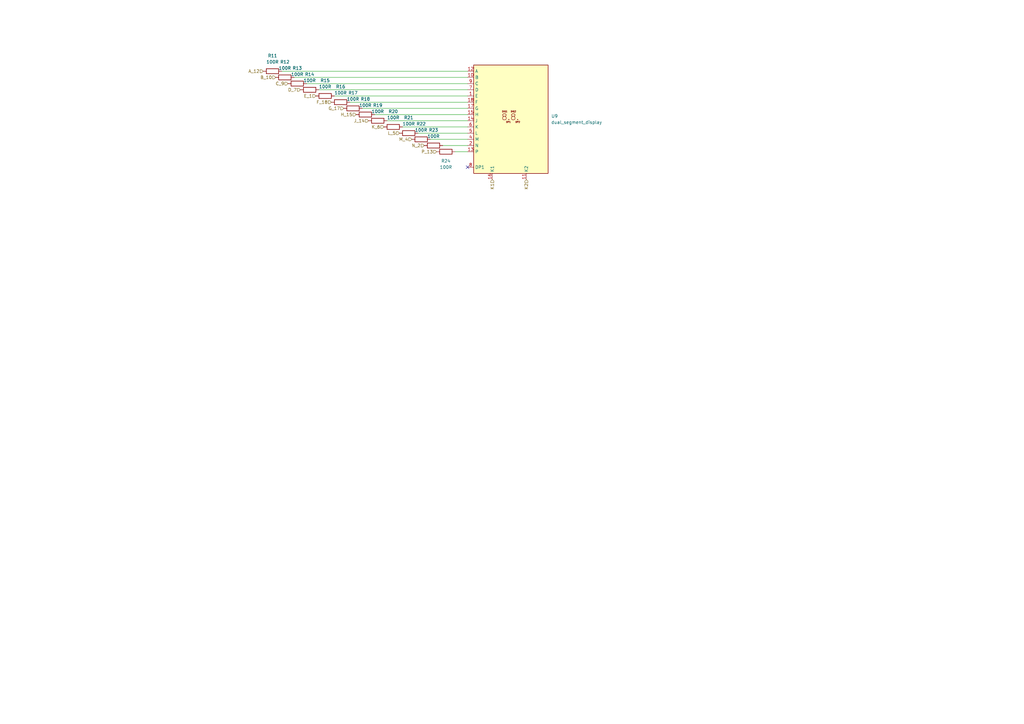
<source format=kicad_sch>
(kicad_sch (version 20231120) (generator "eeschema") (generator_version "8.0")
  (paper "A3")
  (lib_symbols
    (symbol "Device:R" (pin_numbers hide) (pin_names (offset 0))
      (property "Reference" "R" (at 2.032 0 90))
      (property "Value" "R" (at 0 0 90))
      (symbol "R_0_1"
        (rectangle (start -1.016 -2.54) (end 1.016 2.54) (stroke (width 0.254)))
      )
      (symbol "R_1_1"
        (pin passive line (at 0 3.81 270) (length 1.27) (name "~") (number "1"))
        (pin passive line (at 0 -3.81 90) (length 1.27) (name "~") (number "2"))
      )
    )
    (symbol "synth:dual_segment_display"
      (property "Reference" "U" (at -11.43 13.97 0))
      (property "Value" "dual_segment_display" (at 12.065 13.97 0))
      (symbol "dual_segment_display_0_0"
        (text "8.8." (at 2.286 -8.636 0) (effects (font (size 2.54 2.54))))
        (text "DIG1" (at 0 -6.35 0) (effects (font (size 0.635 0.635))))
        (text "DIG2" (at 3.556 -6.35 0) (effects (font (size 0.635 0.635))))
        (text "DP1" (at 1.524 -10.668 0) (effects (font (size 0.635 0.635))))
        (text "DP2" (at 5.334 -10.668 0) (effects (font (size 0.635 0.635))))
      )
      (symbol "dual_segment_display_0_1"
        (rectangle (start -12.7 12.7) (end 17.78 -31.75) (stroke (width 0.254)) (fill (type background)))
      )
      (symbol "dual_segment_display_1_1"
        (pin input line (at -15.24 0 0) (length 2.54) (name "E") (number "1"))
        (pin input line (at -15.24 7.62 0) (length 2.54) (name "B") (number "10"))
        (pin input line (at 8.89 -34.29 90) (length 2.54) (name "K2") (number "11"))
        (pin input line (at -15.24 10.16 0) (length 2.54) (name "A") (number "12"))
        (pin input line (at -15.24 -22.86 0) (length 2.54) (name "P") (number "13"))
        (pin input line (at -15.24 -10.16 0) (length 2.54) (name "J") (number "14"))
        (pin input line (at -15.24 -7.62 0) (length 2.54) (name "H") (number "15"))
        (pin input line (at -5.08 -34.29 90) (length 2.54) (name "K1") (number "16"))
        (pin input line (at -15.24 -5.08 0) (length 2.54) (name "G") (number "17"))
        (pin input line (at -15.24 -2.54 0) (length 2.54) (name "F") (number "18"))
        (pin input line (at -15.24 -20.32 0) (length 2.54) (name "N") (number "2"))
        (pin input line (at -15.24 -17.78 0) (length 2.54) (name "M") (number "4"))
        (pin input line (at -15.24 -15.24 0) (length 2.54) (name "L") (number "5"))
        (pin input line (at -15.24 -12.7 0) (length 2.54) (name "K") (number "6"))
        (pin input line (at -15.24 2.54 0) (length 2.54) (name "D") (number "7"))
        (pin input line (at -15.24 -29.21 0) (length 2.54) (name "DP1") (number "8"))
        (pin input line (at -15.24 5.08 0) (length 2.54) (name "C") (number "9"))
      )
    )
  )
  (no_connect (at 191.77 68.58))
  (wire (pts (xy 120.65 31.75) (xy 191.77 31.75)))
  (wire (pts (xy 143.51 41.91) (xy 191.77 41.91)))
  (wire (pts (xy 165.1 52.07) (xy 191.77 52.07)))
  (wire (pts (xy 130.81 36.83) (xy 191.77 36.83)))
  (wire (pts (xy 176.53 57.15) (xy 191.77 57.15)))
  (wire (pts (xy 186.69 62.23) (xy 191.77 62.23)))
  (wire (pts (xy 153.67 46.99) (xy 191.77 46.99)))
  (wire (pts (xy 158.75 49.53) (xy 191.77 49.53)))
  (wire (pts (xy 125.73 34.29) (xy 191.77 34.29)))
  (wire (pts (xy 171.45 54.61) (xy 191.77 54.61)))
  (wire (pts (xy 181.61 59.69) (xy 191.77 59.69)))
  (wire (pts (xy 137.16 39.37) (xy 191.77 39.37)))
  (wire (pts (xy 115.57 29.21) (xy 191.77 29.21)))
  (wire (pts (xy 148.59 44.45) (xy 191.77 44.45)))
  (hierarchical_label "D_7" (shape input) (at 123.19 36.83 180))
  (hierarchical_label "C_9" (shape input) (at 118.11 34.29 180))
  (hierarchical_label "H_15" (shape input) (at 146.05 46.99 180))
  (hierarchical_label "E_1" (shape input) (at 129.54 39.37 180))
  (hierarchical_label "M_4" (shape input) (at 168.91 57.15 180))
  (hierarchical_label "G_17" (shape input) (at 140.97 44.45 180))
  (hierarchical_label "K2" (shape input) (at 215.9 73.66 270))
  (hierarchical_label "K_6" (shape input) (at 157.48 52.07 180))
  (hierarchical_label "P_13" (shape input) (at 179.07 62.23 180))
  (hierarchical_label "K1" (shape input) (at 201.93 73.66 270))
  (hierarchical_label "J_14" (shape input) (at 151.13 49.53 180))
  (hierarchical_label "N_2" (shape input) (at 173.99 59.69 180))
  (hierarchical_label "A_12" (shape input) (at 107.95 29.21 180))
  (hierarchical_label "F_18" (shape input) (at 135.89 41.91 180))
  (hierarchical_label "B_10" (shape input) (at 113.03 31.75 180))
  (hierarchical_label "L_5" (shape input) (at 163.83 54.61 180))
  (symbol (lib_id "Device:R") (at 172.72 57.15 270) (unit 1)
    (property "Reference" "R22" (at 172.72 50.8 90))
    (property "Value" "100R" (at 172.72 53.34 90))
    (property "Footprint" "Resistor_SMD:R_0805_2012Metric_Pad1.20x1.40mm_HandSolder" (effects (hide yes)))
    (property "Description" "Resistor" (effects (hide yes)))
  )
  (symbol (lib_id "Device:R") (at 111.76 29.21 270) (unit 1)
    (property "Reference" "R11" (at 111.76 22.86 90))
    (property "Value" "100R" (at 111.76 25.4 90))
    (property "Footprint" "Resistor_SMD:R_0805_2012Metric_Pad1.20x1.40mm_HandSolder" (effects (hide yes)))
    (property "Description" "Resistor" (effects (hide yes)))
  )
  (symbol (lib_id "Device:R") (at 182.88 62.23 270) (unit 1)
    (property "Reference" "R24" (at 182.88 66.04 90))
    (property "Value" "100R" (at 182.88 68.58 90))
    (property "Footprint" "Resistor_SMD:R_0805_2012Metric_Pad1.20x1.40mm_HandSolder" (effects (hide yes)))
    (property "Description" "Resistor" (effects (hide yes)))
  )
  (symbol (lib_id "Device:R") (at 154.94 49.53 270) (unit 1)
    (property "Reference" "R19" (at 154.94 43.18 90))
    (property "Value" "100R" (at 154.94 45.72 90))
    (property "Footprint" "Resistor_SMD:R_0805_2012Metric_Pad1.20x1.40mm_HandSolder" (effects (hide yes)))
    (property "Description" "Resistor" (effects (hide yes)))
  )
  (symbol (lib_id "Device:R") (at 116.84 31.75 270) (unit 1)
    (property "Reference" "R12" (at 116.84 25.4 90))
    (property "Value" "100R" (at 116.84 27.94 90))
    (property "Footprint" "Resistor_SMD:R_0805_2012Metric_Pad1.20x1.40mm_HandSolder" (effects (hide yes)))
    (property "Description" "Resistor" (effects (hide yes)))
  )
  (symbol (lib_id "Device:R") (at 127 36.83 270) (unit 1)
    (property "Reference" "R14" (at 127 30.48 90))
    (property "Value" "100R" (at 127 33.02 90))
    (property "Footprint" "Resistor_SMD:R_0805_2012Metric_Pad1.20x1.40mm_HandSolder" (effects (hide yes)))
    (property "Description" "Resistor" (effects (hide yes)))
  )
  (symbol (lib_id "Device:R") (at 133.35 39.37 270) (unit 1)
    (property "Reference" "R15" (at 133.35 33.02 90))
    (property "Value" "100R" (at 133.35 35.56 90))
    (property "Footprint" "Resistor_SMD:R_0805_2012Metric_Pad1.20x1.40mm_HandSolder" (effects (hide yes)))
    (property "Description" "Resistor" (effects (hide yes)))
  )
  (symbol (lib_id "Device:R") (at 121.92 34.29 270) (unit 1)
    (property "Reference" "R13" (at 121.92 27.94 90))
    (property "Value" "100R" (at 121.92 30.48 90))
    (property "Footprint" "Resistor_SMD:R_0805_2012Metric_Pad1.20x1.40mm_HandSolder" (effects (hide yes)))
    (property "Description" "Resistor" (effects (hide yes)))
  )
  (symbol (lib_id "Device:R") (at 161.29 52.07 270) (unit 1)
    (property "Reference" "R20" (at 161.29 45.72 90))
    (property "Value" "100R" (at 161.29 48.26 90))
    (property "Footprint" "Resistor_SMD:R_0805_2012Metric_Pad1.20x1.40mm_HandSolder" (effects (hide yes)))
    (property "Description" "Resistor" (effects (hide yes)))
  )
  (symbol (lib_id "Device:R") (at 167.64 54.61 270) (unit 1)
    (property "Reference" "R21" (at 167.64 48.26 90))
    (property "Value" "100R" (at 167.64 50.8 90))
    (property "Footprint" "Resistor_SMD:R_0805_2012Metric_Pad1.20x1.40mm_HandSolder" (effects (hide yes)))
    (property "Description" "Resistor" (effects (hide yes)))
  )
  (symbol (lib_id "Device:R") (at 144.78 44.45 270) (unit 1)
    (property "Reference" "R17" (at 144.78 38.1 90))
    (property "Value" "100R" (at 144.78 40.64 90))
    (property "Footprint" "Resistor_SMD:R_0805_2012Metric_Pad1.20x1.40mm_HandSolder" (effects (hide yes)))
    (property "Description" "Resistor" (effects (hide yes)))
  )
  (symbol (lib_id "Device:R") (at 149.86 46.99 270) (unit 1)
    (property "Reference" "R18" (at 149.86 40.64 90))
    (property "Value" "100R" (at 149.86 43.18 90))
    (property "Footprint" "Resistor_SMD:R_0805_2012Metric_Pad1.20x1.40mm_HandSolder" (effects (hide yes)))
    (property "Description" "Resistor" (effects (hide yes)))
  )
  (symbol (lib_id "Device:R") (at 177.8 59.69 270) (unit 1)
    (property "Reference" "R23" (at 177.8 53.34 90))
    (property "Value" "100R" (at 177.8 55.88 90))
    (property "Footprint" "Resistor_SMD:R_0805_2012Metric_Pad1.20x1.40mm_HandSolder" (effects (hide yes)))
    (property "Description" "Resistor" (effects (hide yes)))
  )
  (symbol (lib_id "Device:R") (at 139.7 41.91 270) (unit 1)
    (property "Reference" "R16" (at 139.7 35.56 90))
    (property "Value" "100R" (at 139.7 38.1 90))
    (property "Footprint" "Resistor_SMD:R_0805_2012Metric_Pad1.20x1.40mm_HandSolder" (effects (hide yes)))
    (property "Description" "Resistor" (effects (hide yes)))
  )
  (symbol (lib_id "synth:dual_segment_display") (at 207.01 39.37 0) (unit 1)
    (property "Reference" "U9" (at 226.06 47.6249 0) (effects (justify left)))
    (property "Value" "dual_segment_display" (at 226.06 50.1649 0) (effects (justify left)))
    (property "Footprint" "Synth:7-segment-display_DA56" (effects (hide yes)))
    (property "Datasheet" "http://www.kingbright.com/attachments/file/psearch/000/00/00/DC56-11CGKWA(Ver.7A).pdf" (effects (hide yes)))
    (property "Description" "Double digit 7 segment green LED common cathode" (effects (hide yes)))
  )
)
</source>
